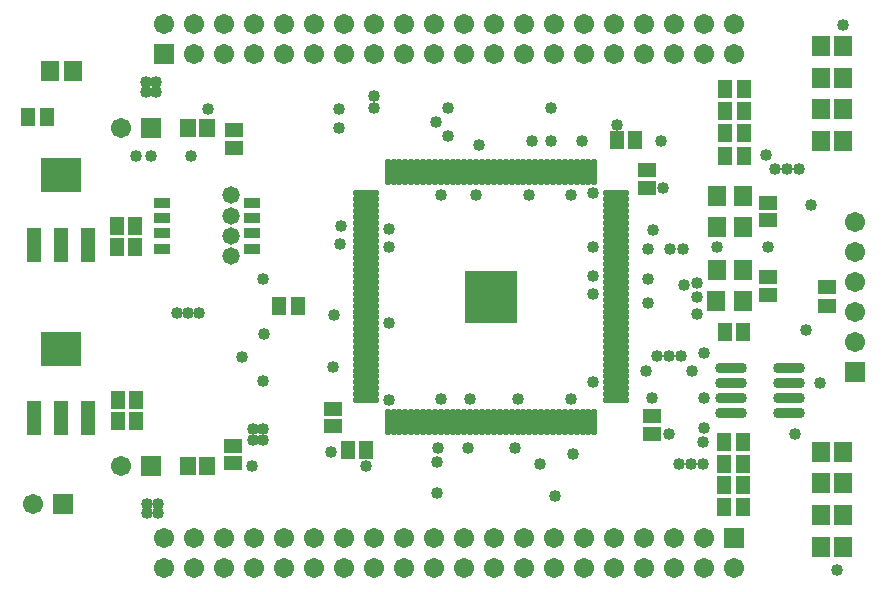
<source format=gts>
%FSLAX24Y24*%
%MOIN*%
G70*
G01*
G75*
G04 Layer_Color=8388736*
%ADD10C,0.0100*%
%ADD11R,0.1693X0.1693*%
%ADD12O,0.0827X0.0118*%
%ADD13O,0.0118X0.0827*%
%ADD14R,0.0512X0.0394*%
%ADD15O,0.0984X0.0276*%
%ADD16R,0.0394X0.0512*%
%ADD17R,0.0551X0.0433*%
%ADD18R,0.0433X0.0551*%
%ADD19R,0.0512X0.0591*%
%ADD20R,0.1299X0.1063*%
%ADD21R,0.0394X0.1063*%
%ADD22R,0.0472X0.0551*%
%ADD23R,0.0551X0.0630*%
%ADD24R,0.0500X0.0300*%
%ADD25C,0.0200*%
%ADD26C,0.0300*%
%ADD27C,0.0250*%
%ADD28C,0.0600*%
%ADD29C,0.0400*%
%ADD30C,0.0150*%
%ADD31C,0.0079*%
%ADD32R,0.7165X0.7146*%
%ADD33R,0.0719X0.1122*%
%ADD34R,0.1516X0.1821*%
%ADD35R,0.1349X0.0305*%
%ADD36R,0.0709X0.0778*%
%ADD37R,0.1830X0.1120*%
%ADD38R,0.2080X0.2124*%
%ADD39R,0.0790X0.5280*%
%ADD40R,0.0810X0.1960*%
%ADD41R,0.1310X0.3313*%
%ADD42R,0.1010X0.0210*%
%ADD43R,0.1490X0.1470*%
%ADD44R,0.0370X0.4820*%
%ADD45R,0.0770X0.0910*%
%ADD46R,0.0920X0.5210*%
%ADD47R,0.1260X0.1830*%
%ADD48R,0.1490X0.6150*%
%ADD49R,0.3870X0.4260*%
%ADD50R,0.1270X0.5300*%
%ADD51R,0.1950X0.1110*%
%ADD52R,0.2270X0.0510*%
%ADD53R,0.0780X0.2500*%
%ADD54R,0.1520X0.0820*%
%ADD55R,0.1890X0.1040*%
%ADD56R,0.3710X0.3070*%
%ADD57R,0.1740X0.1110*%
%ADD58R,0.1460X0.3920*%
%ADD59R,0.2270X0.2971*%
%ADD60R,0.0820X0.6210*%
%ADD61R,0.0810X0.5750*%
%ADD62R,0.1610X0.3230*%
%ADD63R,0.0810X0.1040*%
%ADD64R,0.0470X0.5180*%
%ADD65R,0.1430X0.1840*%
%ADD66R,0.1550X0.2090*%
%ADD67R,0.1370X0.4960*%
%ADD68R,0.1512X0.4310*%
%ADD69R,0.4902X0.1473*%
%ADD70R,0.0710X0.2250*%
%ADD71R,0.4912X0.1971*%
%ADD72R,0.1112X1.9075*%
%ADD73R,0.1452X0.7011*%
%ADD74R,0.0640X0.1540*%
%ADD75R,0.1130X0.1610*%
%ADD76R,0.3340X0.1210*%
%ADD77R,0.1110X0.1820*%
%ADD78R,0.1390X0.1590*%
%ADD79R,0.3241X0.0974*%
%ADD80R,0.1470X0.0847*%
%ADD81R,0.1260X0.9560*%
%ADD82R,0.1100X0.3420*%
%ADD83R,0.1180X0.0590*%
%ADD84R,0.0830X0.3230*%
%ADD85R,0.1820X0.0900*%
%ADD86R,0.0850X0.1900*%
%ADD87R,0.1770X0.0950*%
%ADD88C,0.0320*%
%ADD89R,0.0591X0.0591*%
%ADD90C,0.0591*%
%ADD91R,0.0591X0.0591*%
%ADD92C,0.0500*%
%ADD93R,0.0413X0.0551*%
%ADD94R,0.0669X0.0433*%
%ADD95R,0.0433X0.0669*%
%ADD96R,0.5810X0.0400*%
%ADD97R,0.1370X0.1190*%
%ADD98R,0.0260X0.2940*%
%ADD99R,0.0610X0.3620*%
%ADD100R,0.1330X0.0650*%
%ADD101R,0.0400X0.4480*%
%ADD102R,0.2410X0.0450*%
%ADD103R,0.0890X0.3400*%
%ADD104R,0.6880X0.0610*%
%ADD105R,0.1880X0.3480*%
%ADD106R,0.7920X0.0350*%
%ADD107R,0.0310X0.3890*%
%ADD108R,0.0890X0.0960*%
%ADD109R,0.2450X0.2860*%
%ADD110R,0.0960X0.0910*%
%ADD111R,0.2300X0.1250*%
%ADD112R,0.1320X0.0920*%
%ADD113R,0.1430X0.0570*%
%ADD114R,0.0600X0.2880*%
%ADD115R,0.1560X0.1200*%
%ADD116R,0.0510X0.2190*%
%ADD117R,0.0810X0.0450*%
%ADD118R,0.8040X0.0410*%
%ADD119R,0.1080X0.2300*%
%ADD120R,0.0530X0.1260*%
%ADD121R,0.0690X0.1090*%
%ADD122R,0.3970X0.0570*%
%ADD123R,0.0670X0.1760*%
%ADD124R,0.2440X0.1760*%
%ADD125R,0.3080X0.1760*%
%ADD126R,0.3360X0.3810*%
%ADD127R,0.3950X0.2010*%
%ADD128R,0.5290X0.1430*%
%ADD129R,0.1080X0.1370*%
%ADD130R,0.4870X0.0400*%
%ADD131R,0.3310X0.0720*%
%ADD132R,0.0640X0.3170*%
%ADD133R,1.4780X0.0490*%
%ADD134R,0.8680X0.0890*%
%ADD135R,0.2310X0.1210*%
%ADD136R,0.0660X0.7140*%
%ADD137R,0.3910X0.1760*%
%ADD138R,0.1190X0.4160*%
%ADD139R,0.6620X0.0690*%
%ADD140R,0.1720X0.3830*%
%ADD141R,0.0560X0.2760*%
%ADD142R,0.6730X0.0390*%
%ADD143R,0.2390X0.0640*%
%ADD144R,0.4150X0.0630*%
%ADD145R,0.5920X0.0470*%
%ADD146R,0.3050X0.2190*%
%ADD147R,0.0600X0.1180*%
%ADD148R,0.0840X0.2610*%
%ADD149R,0.4730X0.1350*%
%ADD150R,0.1830X1.0120*%
%ADD151R,0.2560X0.0720*%
%ADD152R,0.2990X0.2490*%
%ADD153R,0.1090X0.5830*%
%ADD154R,0.8340X0.8340*%
%ADD155R,0.3240X0.0960*%
%ADD156R,0.2210X0.1000*%
%ADD157R,0.1070X0.0400*%
%ADD158R,0.0610X0.1460*%
%ADD159R,0.0460X0.1390*%
%ADD160R,0.3240X0.0430*%
%ADD161R,0.0570X0.1510*%
%ADD162R,0.1660X0.0570*%
%ADD163R,0.2810X0.2110*%
%ADD164R,0.0630X0.1380*%
%ADD165R,0.1810X0.0340*%
%ADD166R,0.7090X0.0860*%
%ADD167R,0.1020X0.1410*%
%ADD168R,0.3440X0.0470*%
%ADD169R,0.0670X0.1580*%
%ADD170R,0.0560X0.6510*%
%ADD171R,2.0860X0.0750*%
%ADD172R,0.1230X0.1040*%
%ADD173R,0.1030X0.1670*%
%ADD174R,0.1220X0.0770*%
%ADD175R,0.0490X0.1560*%
%ADD176R,0.1062X0.1940*%
%ADD177R,0.0940X0.1560*%
%ADD178C,0.0098*%
%ADD179C,0.0236*%
%ADD180C,0.0080*%
%ADD181R,0.1773X0.1773*%
%ADD182O,0.0907X0.0198*%
%ADD183O,0.0198X0.0907*%
%ADD184R,0.0592X0.0474*%
%ADD185O,0.1064X0.0356*%
%ADD186R,0.0474X0.0592*%
%ADD187R,0.0631X0.0513*%
%ADD188R,0.0513X0.0631*%
%ADD189R,0.0592X0.0671*%
%ADD190R,0.1379X0.1143*%
%ADD191R,0.0474X0.1143*%
%ADD192R,0.0552X0.0631*%
%ADD193R,0.0631X0.0710*%
%ADD194R,0.0580X0.0380*%
%ADD195C,0.0400*%
%ADD196R,0.0671X0.0671*%
%ADD197C,0.0671*%
%ADD198R,0.0671X0.0671*%
%ADD199C,0.0580*%
D181*
X16440Y9659D02*
D03*
D182*
X20613Y6214D02*
D03*
Y6411D02*
D03*
Y6608D02*
D03*
Y6805D02*
D03*
Y7002D02*
D03*
Y7198D02*
D03*
Y7395D02*
D03*
Y7592D02*
D03*
Y7789D02*
D03*
Y7986D02*
D03*
Y8183D02*
D03*
Y8380D02*
D03*
Y8576D02*
D03*
Y8773D02*
D03*
Y8970D02*
D03*
Y9167D02*
D03*
Y9364D02*
D03*
Y9561D02*
D03*
Y9757D02*
D03*
Y9954D02*
D03*
Y10151D02*
D03*
Y10348D02*
D03*
Y10545D02*
D03*
Y10742D02*
D03*
Y10939D02*
D03*
Y11135D02*
D03*
Y11332D02*
D03*
Y11529D02*
D03*
Y11726D02*
D03*
Y11923D02*
D03*
Y12120D02*
D03*
Y12317D02*
D03*
Y12513D02*
D03*
Y12710D02*
D03*
Y12907D02*
D03*
Y13104D02*
D03*
X12267D02*
D03*
Y12907D02*
D03*
Y12710D02*
D03*
Y12513D02*
D03*
Y12317D02*
D03*
Y12120D02*
D03*
Y11923D02*
D03*
Y11726D02*
D03*
Y11529D02*
D03*
Y11332D02*
D03*
Y11135D02*
D03*
Y10939D02*
D03*
Y10742D02*
D03*
Y10545D02*
D03*
Y10348D02*
D03*
Y10151D02*
D03*
Y9954D02*
D03*
Y9757D02*
D03*
Y9561D02*
D03*
Y9364D02*
D03*
Y9167D02*
D03*
Y8970D02*
D03*
Y8773D02*
D03*
Y8576D02*
D03*
Y8380D02*
D03*
Y8183D02*
D03*
Y7986D02*
D03*
Y7789D02*
D03*
Y7592D02*
D03*
Y7395D02*
D03*
Y7198D02*
D03*
Y7002D02*
D03*
Y6805D02*
D03*
Y6608D02*
D03*
Y6411D02*
D03*
Y6214D02*
D03*
D183*
X19885Y13832D02*
D03*
X19688D02*
D03*
X19491D02*
D03*
X19294D02*
D03*
X19097D02*
D03*
X18901D02*
D03*
X18704D02*
D03*
X18507D02*
D03*
X18310D02*
D03*
X18113D02*
D03*
X17916D02*
D03*
X17720D02*
D03*
X17523D02*
D03*
X17326D02*
D03*
X17129D02*
D03*
X16932D02*
D03*
X16735D02*
D03*
X16538D02*
D03*
X16342D02*
D03*
X16145D02*
D03*
X15948D02*
D03*
X15751D02*
D03*
X15554D02*
D03*
X15357D02*
D03*
X15160D02*
D03*
X14964D02*
D03*
X14767D02*
D03*
X14570D02*
D03*
X14373D02*
D03*
X14176D02*
D03*
X13979D02*
D03*
X13783D02*
D03*
X13586D02*
D03*
X13389D02*
D03*
X13192D02*
D03*
X12995D02*
D03*
Y5486D02*
D03*
X13192D02*
D03*
X13389D02*
D03*
X13586D02*
D03*
X13783D02*
D03*
X13979D02*
D03*
X14176D02*
D03*
X14373D02*
D03*
X14570D02*
D03*
X14767D02*
D03*
X14964D02*
D03*
X15160D02*
D03*
X15357D02*
D03*
X15554D02*
D03*
X15751D02*
D03*
X15948D02*
D03*
X16145D02*
D03*
X16342D02*
D03*
X16538D02*
D03*
X16735D02*
D03*
X16932D02*
D03*
X17129D02*
D03*
X17326D02*
D03*
X17523D02*
D03*
X17720D02*
D03*
X17916D02*
D03*
X18113D02*
D03*
X18310D02*
D03*
X18507D02*
D03*
X18704D02*
D03*
X18901D02*
D03*
X19097D02*
D03*
X19294D02*
D03*
X19491D02*
D03*
X19688D02*
D03*
X19885D02*
D03*
D184*
X27630Y9344D02*
D03*
Y9974D02*
D03*
D185*
X24455Y7289D02*
D03*
Y6789D02*
D03*
Y6289D02*
D03*
Y5789D02*
D03*
X26385Y7289D02*
D03*
Y6789D02*
D03*
Y6289D02*
D03*
Y5789D02*
D03*
D186*
X24225Y8479D02*
D03*
X24855D02*
D03*
X24235Y14359D02*
D03*
X24865D02*
D03*
X24235Y15102D02*
D03*
X24865D02*
D03*
Y15846D02*
D03*
X24235D02*
D03*
X24865Y16589D02*
D03*
X24235D02*
D03*
X10005Y9359D02*
D03*
X9375D02*
D03*
X1645Y15659D02*
D03*
X1015D02*
D03*
X24845Y2659D02*
D03*
X24215D02*
D03*
X24845Y3376D02*
D03*
X24215D02*
D03*
Y4092D02*
D03*
X24845D02*
D03*
X24215Y4809D02*
D03*
X24845D02*
D03*
D187*
X21820Y5084D02*
D03*
Y5674D02*
D03*
X11180Y5934D02*
D03*
Y5344D02*
D03*
X21650Y13294D02*
D03*
Y13884D02*
D03*
X25660Y12203D02*
D03*
Y12794D02*
D03*
X25660Y10318D02*
D03*
Y9727D02*
D03*
X7880Y15214D02*
D03*
Y14624D02*
D03*
X7850Y4104D02*
D03*
Y4694D02*
D03*
D188*
X21226Y14869D02*
D03*
X20635D02*
D03*
X11675Y4539D02*
D03*
X12265D02*
D03*
X4563Y11316D02*
D03*
X3972D02*
D03*
X4565Y12009D02*
D03*
X3975D02*
D03*
X4595Y5519D02*
D03*
X4005D02*
D03*
X4595Y6209D02*
D03*
X4005D02*
D03*
D189*
X28184Y1329D02*
D03*
X27436D02*
D03*
X2504Y17169D02*
D03*
X1756D02*
D03*
X28184Y18009D02*
D03*
X27436D02*
D03*
X28184Y16956D02*
D03*
X27436D02*
D03*
X28184Y3442D02*
D03*
X27436D02*
D03*
X28184Y4499D02*
D03*
X27436D02*
D03*
X28184Y14849D02*
D03*
X27436D02*
D03*
X28184Y15902D02*
D03*
X27436D02*
D03*
X28184Y2386D02*
D03*
X27436D02*
D03*
D190*
X2100Y7927D02*
D03*
Y13714D02*
D03*
D191*
X3006Y5604D02*
D03*
X2100D02*
D03*
X1194D02*
D03*
X3006Y11391D02*
D03*
X2100D02*
D03*
X1194D02*
D03*
D192*
X6965Y4029D02*
D03*
X6335D02*
D03*
X6965Y15282D02*
D03*
X6335D02*
D03*
D193*
X23957Y9532D02*
D03*
X24835Y9521D02*
D03*
X23969Y10545D02*
D03*
X24835D02*
D03*
X23969Y11997D02*
D03*
X24835D02*
D03*
X23969Y13021D02*
D03*
X24846Y13010D02*
D03*
D194*
X5458Y12779D02*
D03*
Y12275D02*
D03*
Y11771D02*
D03*
Y11267D02*
D03*
X8458Y11267D02*
D03*
Y11771D02*
D03*
Y12275D02*
D03*
Y12779D02*
D03*
D195*
X16905Y9222D02*
D03*
X16437D02*
D03*
X15969D02*
D03*
Y9665D02*
D03*
X16437D02*
D03*
X16905D02*
D03*
Y10108D02*
D03*
X16437D02*
D03*
X15969D02*
D03*
X8870Y8419D02*
D03*
X8840Y6849D02*
D03*
X6710Y9119D02*
D03*
X6335D02*
D03*
X5960D02*
D03*
X22420Y11239D02*
D03*
X22850D02*
D03*
X27120Y12729D02*
D03*
X21820Y6299D02*
D03*
X22375Y5084D02*
D03*
X22170Y13289D02*
D03*
X25600Y14399D02*
D03*
X22110Y14859D02*
D03*
X27420Y6789D02*
D03*
X26930Y8559D02*
D03*
X26560Y5099D02*
D03*
X20630Y15369D02*
D03*
X11110Y4489D02*
D03*
X8460Y4019D02*
D03*
X15020Y15949D02*
D03*
X14600Y15489D02*
D03*
X12530Y15949D02*
D03*
X15020Y15009D02*
D03*
X11370Y15928D02*
D03*
Y15279D02*
D03*
X6440Y14359D02*
D03*
X4930Y16809D02*
D03*
Y16489D02*
D03*
X5290Y16809D02*
D03*
X11180Y7309D02*
D03*
X12260Y4019D02*
D03*
X8840Y4879D02*
D03*
Y5239D02*
D03*
Y10239D02*
D03*
X4600Y14359D02*
D03*
X7000Y15928D02*
D03*
X23310Y10129D02*
D03*
Y9649D02*
D03*
Y9069D02*
D03*
X25660Y11329D02*
D03*
X25920Y13919D02*
D03*
X26320D02*
D03*
X26710D02*
D03*
X23960Y11329D02*
D03*
X19190Y4409D02*
D03*
X18570Y3019D02*
D03*
X19490Y14859D02*
D03*
X18430Y15949D02*
D03*
X12530Y16359D02*
D03*
X14630Y4159D02*
D03*
X21840Y11869D02*
D03*
X5124Y14359D02*
D03*
X16050Y14729D02*
D03*
X17820Y14859D02*
D03*
X18430D02*
D03*
X11180Y5929D02*
D03*
X5290Y16489D02*
D03*
X23520Y4809D02*
D03*
X23530Y5279D02*
D03*
X21600Y7189D02*
D03*
X23140D02*
D03*
X22700Y4099D02*
D03*
X23500D02*
D03*
X23100D02*
D03*
X22380Y7669D02*
D03*
X21980D02*
D03*
X21660Y10249D02*
D03*
Y11239D02*
D03*
X22780Y7669D02*
D03*
X23530Y6289D02*
D03*
Y7769D02*
D03*
X17230Y4629D02*
D03*
X15660D02*
D03*
X14670D02*
D03*
X11207Y9046D02*
D03*
X21660Y9449D02*
D03*
X22860Y10059D02*
D03*
X11430Y12029D02*
D03*
X11420Y11429D02*
D03*
X18070Y4099D02*
D03*
X14630Y3129D02*
D03*
X5340Y2759D02*
D03*
Y2439D02*
D03*
X4980D02*
D03*
Y2759D02*
D03*
X8510Y5239D02*
D03*
Y4879D02*
D03*
X28174Y18723D02*
D03*
X27974Y543D02*
D03*
X14767Y6256D02*
D03*
X15751Y6260D02*
D03*
X17326Y6255D02*
D03*
X19097Y6257D02*
D03*
X19846Y6805D02*
D03*
X19838Y9757D02*
D03*
X19839Y10348D02*
D03*
X19843Y11332D02*
D03*
X19845Y13104D02*
D03*
X19097Y13062D02*
D03*
X17720Y13060D02*
D03*
X15948Y13061D02*
D03*
X14767Y13062D02*
D03*
X13036Y11923D02*
D03*
X13037Y11332D02*
D03*
X13036Y8773D02*
D03*
X13045Y6214D02*
D03*
X8150Y7639D02*
D03*
D196*
X24547Y1623D02*
D03*
X2160Y2749D02*
D03*
X5095Y4033D02*
D03*
X5095Y15282D02*
D03*
X5551Y17745D02*
D03*
D197*
X24547Y623D02*
D03*
X23547Y1623D02*
D03*
Y623D02*
D03*
X22547Y1623D02*
D03*
Y623D02*
D03*
X21547Y1623D02*
D03*
Y623D02*
D03*
X20547Y1623D02*
D03*
Y623D02*
D03*
X19547Y1623D02*
D03*
Y623D02*
D03*
X18547Y1623D02*
D03*
Y623D02*
D03*
X17547Y1623D02*
D03*
Y623D02*
D03*
X16547Y1623D02*
D03*
Y623D02*
D03*
X15547Y1623D02*
D03*
Y623D02*
D03*
X14547Y1623D02*
D03*
Y623D02*
D03*
X13547Y1623D02*
D03*
Y623D02*
D03*
X12547Y1623D02*
D03*
Y623D02*
D03*
X11547Y1623D02*
D03*
Y623D02*
D03*
X10547Y1623D02*
D03*
Y623D02*
D03*
X9547Y1623D02*
D03*
Y623D02*
D03*
X8547Y1623D02*
D03*
Y623D02*
D03*
X7547Y1623D02*
D03*
Y623D02*
D03*
X6547Y1623D02*
D03*
Y623D02*
D03*
X5547Y1623D02*
D03*
Y623D02*
D03*
X1160Y2749D02*
D03*
X4095Y4033D02*
D03*
X28580Y8159D02*
D03*
Y9159D02*
D03*
Y10159D02*
D03*
Y11159D02*
D03*
Y12159D02*
D03*
X4095Y15282D02*
D03*
X5551Y18745D02*
D03*
X6551Y17745D02*
D03*
Y18745D02*
D03*
X7551Y17745D02*
D03*
Y18745D02*
D03*
X8551Y17745D02*
D03*
Y18745D02*
D03*
X9551Y17745D02*
D03*
Y18745D02*
D03*
X10551Y17745D02*
D03*
Y18745D02*
D03*
X11551Y17745D02*
D03*
Y18745D02*
D03*
X12551Y17745D02*
D03*
Y18745D02*
D03*
X13551Y17745D02*
D03*
Y18745D02*
D03*
X14551Y17745D02*
D03*
Y18745D02*
D03*
X15551Y17745D02*
D03*
Y18745D02*
D03*
X16551Y17745D02*
D03*
Y18745D02*
D03*
X17551Y17745D02*
D03*
Y18745D02*
D03*
X18551Y17745D02*
D03*
Y18745D02*
D03*
X19551Y17745D02*
D03*
Y18745D02*
D03*
X20551Y17745D02*
D03*
Y18745D02*
D03*
X21551Y17745D02*
D03*
Y18745D02*
D03*
X22551Y17745D02*
D03*
Y18745D02*
D03*
X23551Y17745D02*
D03*
Y18745D02*
D03*
X24551Y17745D02*
D03*
Y18745D02*
D03*
D198*
X28580Y7159D02*
D03*
D199*
X7780Y13049D02*
D03*
Y12359D02*
D03*
Y11679D02*
D03*
Y11009D02*
D03*
M02*

</source>
